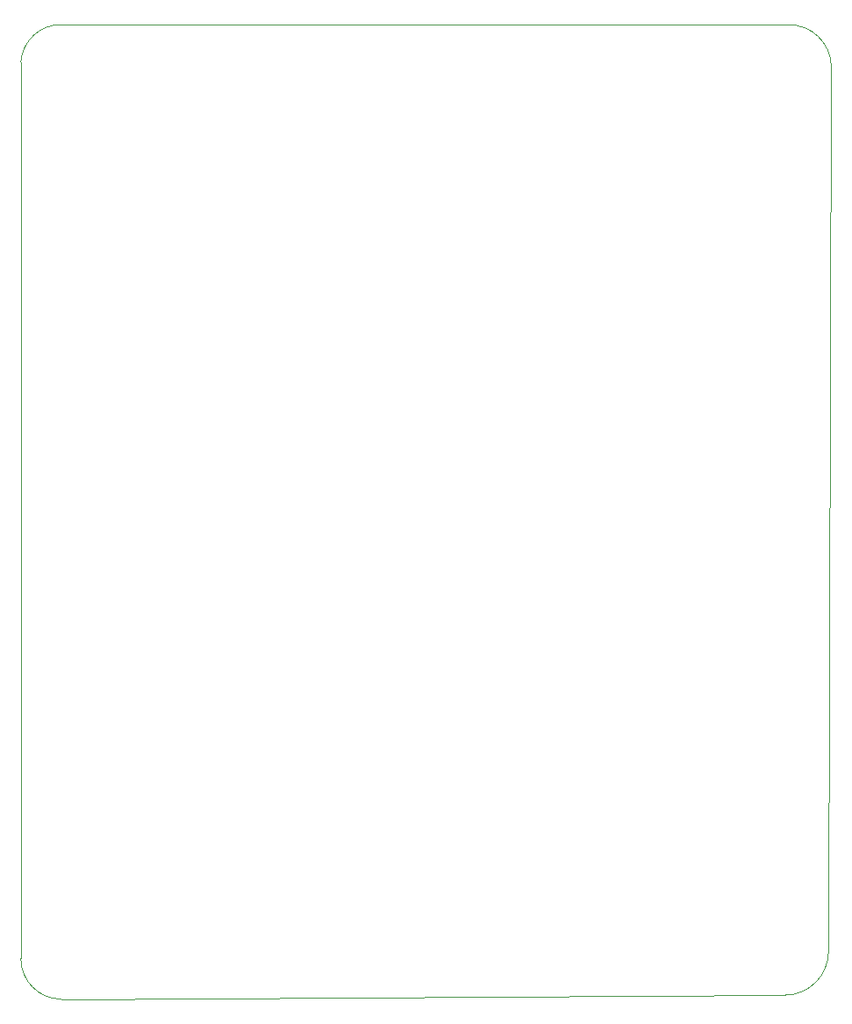
<source format=gbr>
%TF.GenerationSoftware,KiCad,Pcbnew,9.0.1*%
%TF.CreationDate,2025-07-05T17:29:08+03:00*%
%TF.ProjectId,Main,4d61696e-2e6b-4696-9361-645f70636258,rev?*%
%TF.SameCoordinates,Original*%
%TF.FileFunction,Profile,NP*%
%FSLAX46Y46*%
G04 Gerber Fmt 4.6, Leading zero omitted, Abs format (unit mm)*
G04 Created by KiCad (PCBNEW 9.0.1) date 2025-07-05 17:29:08*
%MOMM*%
%LPD*%
G01*
G04 APERTURE LIST*
%TA.AperFunction,Profile*%
%ADD10C,0.100000*%
%TD*%
G04 APERTURE END LIST*
D10*
X130800000Y-115900000D02*
X131066805Y-30459649D01*
X52863055Y-30080003D02*
X52867534Y-116580999D01*
X130800000Y-115900000D02*
G75*
G02*
X126600000Y-120100000I-4200000J0D01*
G01*
X126881747Y-26473280D02*
G75*
G02*
X131066805Y-30460228I99055J-4086003D01*
G01*
X52863055Y-30080000D02*
G75*
G02*
X56850127Y-26455310I3881406J-264267D01*
G01*
X56767534Y-120487842D02*
G75*
G02*
X52867534Y-116587842I0J3900000D01*
G01*
X56850000Y-26460000D02*
X126887286Y-26471413D01*
X56767534Y-120487842D02*
X126600000Y-120100000D01*
M02*

</source>
